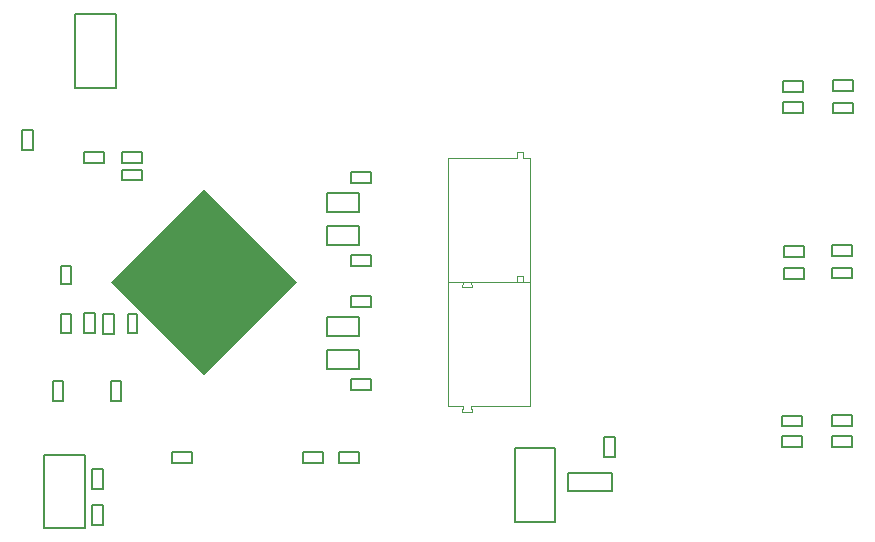
<source format=gbr>
%TF.GenerationSoftware,Altium Limited,Altium Designer,21.6.4 (81)*%
G04 Layer_Color=16711935*
%FSLAX43Y43*%
%MOMM*%
%TF.SameCoordinates,EF7AACBD-433E-4B6D-8733-A8E214C0EB56*%
%TF.FilePolarity,Positive*%
%TF.FileFunction,Other,Bottom_3D_Body*%
%TF.Part,Single*%
G01*
G75*
%TA.AperFunction,NonConductor*%
%ADD58C,0.100*%
%ADD60C,0.200*%
G36*
X23703Y31725D02*
X31598Y39619D01*
X39492Y31725D01*
X31598Y23830D01*
X23703Y31725D01*
D02*
G37*
D58*
X54205Y31779D02*
X54275Y31278D01*
X54205Y31778D02*
X59255D01*
X53476Y31278D02*
X53555Y31778D01*
X53476Y31278D02*
X54275D01*
X52255Y31778D02*
Y42278D01*
Y31778D02*
X53555D01*
X59255D02*
Y42278D01*
X58106Y42778D02*
X58155Y42278D01*
X58605D02*
X58654Y42778D01*
X58105Y42778D02*
X58655D01*
X58605Y42278D02*
X59255D01*
X52255D02*
X58155D01*
X54203Y21269D02*
X54273Y20768D01*
X54203Y21268D02*
X59253D01*
X53475Y20768D02*
X53553Y21268D01*
X53475Y20768D02*
X54273D01*
X52253Y21268D02*
Y31768D01*
Y21268D02*
X53553D01*
X59253D02*
Y31768D01*
X58104Y32268D02*
X58153Y31768D01*
X58603D02*
X58652Y32268D01*
X58103Y32268D02*
X58653D01*
X58603Y31768D02*
X59253D01*
X52253D02*
X58153D01*
D60*
X23056Y11203D02*
Y12903D01*
X22156D02*
X23056D01*
X22156Y11203D02*
Y12903D01*
Y11203D02*
X23056D01*
Y14249D02*
Y15949D01*
X22156D02*
X23056D01*
X22156Y14249D02*
Y15949D01*
Y14249D02*
X23056D01*
X28882Y16441D02*
X30582D01*
Y17341D01*
X28882D02*
X30582D01*
X28882Y16441D02*
Y17341D01*
X43053D02*
X44753D01*
X43053Y16441D02*
Y17341D01*
Y16441D02*
X44753D01*
Y17341D01*
X21512Y10921D02*
Y17121D01*
X18112D02*
X21512D01*
X18112Y10921D02*
Y17121D01*
Y10921D02*
X21512D01*
X39968Y17341D02*
X41668D01*
X39968Y16441D02*
Y17341D01*
Y16441D02*
X41668D01*
Y17341D01*
X20728Y48208D02*
Y54408D01*
Y48208D02*
X24128D01*
Y54408D01*
X20728D02*
X24128D01*
X42062Y24346D02*
X44762D01*
Y25946D01*
X42062D02*
X44762D01*
X42062Y24346D02*
Y25946D01*
X44045Y23488D02*
X45745D01*
X44045Y22588D02*
Y23488D01*
Y22588D02*
X45745D01*
Y23488D01*
X44045Y41039D02*
X45745D01*
X44045Y40139D02*
Y41039D01*
Y40139D02*
X45745D01*
Y41039D01*
X44045Y30524D02*
X45745D01*
X44045Y29624D02*
Y30524D01*
Y29624D02*
X45745D01*
Y30524D01*
X42062Y34862D02*
X44762D01*
Y36462D01*
X42062D02*
X44762D01*
X42062Y34862D02*
Y36462D01*
Y37681D02*
X44762D01*
Y39281D01*
X42062D02*
X44762D01*
X42062Y37681D02*
Y39281D01*
Y27165D02*
X44762D01*
Y28765D01*
X42062D02*
X44762D01*
X42062Y27165D02*
Y28765D01*
X44045Y34003D02*
X45745D01*
X44045Y33103D02*
Y34003D01*
Y33103D02*
X45745D01*
Y34003D01*
X19703Y21668D02*
Y23368D01*
X18803D02*
X19703D01*
X18803Y21668D02*
Y23368D01*
Y21668D02*
X19703D01*
X24605D02*
Y23368D01*
X23705D02*
X24605D01*
X23705Y21668D02*
Y23368D01*
Y21668D02*
X24605D01*
X23996Y27358D02*
Y29058D01*
X23096D02*
X23996D01*
X23096Y27358D02*
Y29058D01*
Y27358D02*
X23996D01*
X22370Y27383D02*
Y29083D01*
X21470D02*
X22370D01*
X21470Y27383D02*
Y29083D01*
Y27383D02*
X22370D01*
X25952Y27457D02*
Y29057D01*
X25152D02*
X25952D01*
X25152Y27457D02*
Y29057D01*
Y27457D02*
X25952D01*
X20339D02*
Y29057D01*
X19539D02*
X20339D01*
X19539Y27457D02*
Y29057D01*
Y27457D02*
X20339D01*
Y31534D02*
Y33134D01*
X19539D02*
X20339D01*
X19539Y31534D02*
Y33134D01*
Y31534D02*
X20339D01*
X25952D02*
Y33134D01*
X25152D02*
X25952D01*
X25152Y31534D02*
Y33134D01*
Y31534D02*
X25952D01*
X16212Y42926D02*
Y44626D01*
Y42926D02*
X17112D01*
Y44626D01*
X16212D02*
X17112D01*
X21426Y41816D02*
X23126D01*
Y42716D01*
X21426D02*
X23126D01*
X21426Y41816D02*
Y42716D01*
X24677Y41816D02*
X26377D01*
Y42716D01*
X24677D02*
X26377D01*
X24677Y41816D02*
Y42716D01*
Y41242D02*
X26377D01*
X24677Y40342D02*
Y41242D01*
Y40342D02*
X26377D01*
Y41242D01*
X80633Y46983D02*
X82333D01*
X80633Y46083D02*
Y46983D01*
Y46083D02*
X82333D01*
Y46983D01*
X84799Y32962D02*
X86499D01*
X84799Y32062D02*
Y32962D01*
Y32062D02*
X86499D01*
Y32962D01*
X80608Y47861D02*
X82308D01*
Y48761D01*
X80608D02*
X82308D01*
X80608Y47861D02*
Y48761D01*
X84900Y47912D02*
X86600D01*
Y48812D01*
X84900D02*
X86600D01*
X84900Y47912D02*
Y48812D01*
X84850Y46932D02*
X86550D01*
X84850Y46032D02*
Y46932D01*
Y46032D02*
X86550D01*
Y46932D01*
X84799Y33942D02*
X86499D01*
Y34842D01*
X84799D02*
X86499D01*
X84799Y33942D02*
Y34842D01*
X80684Y32911D02*
X82384D01*
X80684Y32011D02*
Y32911D01*
Y32011D02*
X82384D01*
Y32911D01*
X80709Y33865D02*
X82409D01*
Y34765D01*
X80709D02*
X82409D01*
X80709Y33865D02*
Y34765D01*
X80571Y19514D02*
X82271D01*
Y20414D01*
X80571D02*
X82271D01*
X80571Y19514D02*
Y20414D01*
X84760Y19540D02*
X86460D01*
Y20440D01*
X84760D02*
X86460D01*
X84760Y19540D02*
Y20440D01*
Y18713D02*
X86460D01*
X84760Y17813D02*
Y18713D01*
Y17813D02*
X86460D01*
Y18713D01*
X80571Y18687D02*
X82271D01*
X80571Y17787D02*
Y18687D01*
Y17787D02*
X82271D01*
Y18687D01*
X61365Y11454D02*
Y17654D01*
X57965D02*
X61365D01*
X57965Y11454D02*
Y17654D01*
Y11454D02*
X61365D01*
X66414Y16916D02*
Y18616D01*
X65514D02*
X66414D01*
X65514Y16916D02*
Y18616D01*
Y16916D02*
X66414D01*
X62462Y15608D02*
X66162D01*
X62462Y14008D02*
Y15608D01*
Y14008D02*
X66162D01*
Y15608D01*
%TF.MD5,b725875e238a512eabb228c43a1f6b62*%
M02*

</source>
